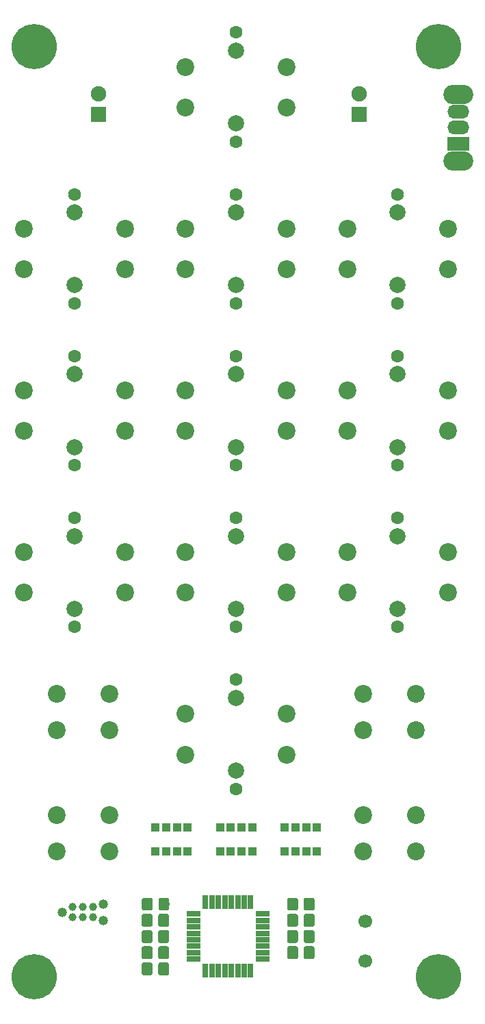
<source format=gbr>
G04 #@! TF.GenerationSoftware,KiCad,Pcbnew,(5.1.4)-1*
G04 #@! TF.CreationDate,2019-10-23T11:26:40-04:00*
G04 #@! TF.ProjectId,MerlinGame,4d65726c-696e-4476-916d-652e6b696361,A*
G04 #@! TF.SameCoordinates,Original*
G04 #@! TF.FileFunction,Soldermask,Top*
G04 #@! TF.FilePolarity,Negative*
%FSLAX46Y46*%
G04 Gerber Fmt 4.6, Leading zero omitted, Abs format (unit mm)*
G04 Created by KiCad (PCBNEW (5.1.4)-1) date 2019-10-23 11:26:40*
%MOMM*%
%LPD*%
G04 APERTURE LIST*
%ADD10C,0.100000*%
%ADD11C,1.350000*%
%ADD12O,1.900000X1.900000*%
%ADD13R,1.900000X1.900000*%
%ADD14C,5.600000*%
%ADD15O,3.700000X2.400000*%
%ADD16O,2.700000X1.700000*%
%ADD17R,2.700000X1.700000*%
%ADD18C,0.987400*%
%ADD19C,1.190600*%
%ADD20R,1.100000X1.100000*%
%ADD21C,1.700000*%
%ADD22C,2.200000*%
%ADD23C,2.000000*%
%ADD24C,1.600000*%
%ADD25R,0.750000X1.800000*%
%ADD26R,1.800000X0.750000*%
G04 APERTURE END LIST*
D10*
G36*
X71435289Y-158201413D02*
G01*
X71463778Y-158205639D01*
X71491715Y-158212637D01*
X71518832Y-158222340D01*
X71544867Y-158234653D01*
X71569570Y-158249460D01*
X71592703Y-158266616D01*
X71614043Y-158285957D01*
X71633384Y-158307297D01*
X71650540Y-158330430D01*
X71665347Y-158355133D01*
X71677660Y-158381168D01*
X71687363Y-158408285D01*
X71694361Y-158436222D01*
X71698587Y-158464711D01*
X71700000Y-158493477D01*
X71700000Y-159506523D01*
X71698587Y-159535289D01*
X71694361Y-159563778D01*
X71687363Y-159591715D01*
X71677660Y-159618832D01*
X71665347Y-159644867D01*
X71650540Y-159669570D01*
X71633384Y-159692703D01*
X71614043Y-159714043D01*
X71592703Y-159733384D01*
X71569570Y-159750540D01*
X71544867Y-159765347D01*
X71518832Y-159777660D01*
X71491715Y-159787363D01*
X71463778Y-159794361D01*
X71435289Y-159798587D01*
X71406523Y-159800000D01*
X70643477Y-159800000D01*
X70614711Y-159798587D01*
X70586222Y-159794361D01*
X70558285Y-159787363D01*
X70531168Y-159777660D01*
X70505133Y-159765347D01*
X70480430Y-159750540D01*
X70457297Y-159733384D01*
X70435957Y-159714043D01*
X70416616Y-159692703D01*
X70399460Y-159669570D01*
X70384653Y-159644867D01*
X70372340Y-159618832D01*
X70362637Y-159591715D01*
X70355639Y-159563778D01*
X70351413Y-159535289D01*
X70350000Y-159506523D01*
X70350000Y-158493477D01*
X70351413Y-158464711D01*
X70355639Y-158436222D01*
X70362637Y-158408285D01*
X70372340Y-158381168D01*
X70384653Y-158355133D01*
X70399460Y-158330430D01*
X70416616Y-158307297D01*
X70435957Y-158285957D01*
X70457297Y-158266616D01*
X70480430Y-158249460D01*
X70505133Y-158234653D01*
X70531168Y-158222340D01*
X70558285Y-158212637D01*
X70586222Y-158205639D01*
X70614711Y-158201413D01*
X70643477Y-158200000D01*
X71406523Y-158200000D01*
X71435289Y-158201413D01*
X71435289Y-158201413D01*
G37*
D11*
X71025000Y-159000000D03*
D10*
G36*
X69385289Y-158201413D02*
G01*
X69413778Y-158205639D01*
X69441715Y-158212637D01*
X69468832Y-158222340D01*
X69494867Y-158234653D01*
X69519570Y-158249460D01*
X69542703Y-158266616D01*
X69564043Y-158285957D01*
X69583384Y-158307297D01*
X69600540Y-158330430D01*
X69615347Y-158355133D01*
X69627660Y-158381168D01*
X69637363Y-158408285D01*
X69644361Y-158436222D01*
X69648587Y-158464711D01*
X69650000Y-158493477D01*
X69650000Y-159506523D01*
X69648587Y-159535289D01*
X69644361Y-159563778D01*
X69637363Y-159591715D01*
X69627660Y-159618832D01*
X69615347Y-159644867D01*
X69600540Y-159669570D01*
X69583384Y-159692703D01*
X69564043Y-159714043D01*
X69542703Y-159733384D01*
X69519570Y-159750540D01*
X69494867Y-159765347D01*
X69468832Y-159777660D01*
X69441715Y-159787363D01*
X69413778Y-159794361D01*
X69385289Y-159798587D01*
X69356523Y-159800000D01*
X68593477Y-159800000D01*
X68564711Y-159798587D01*
X68536222Y-159794361D01*
X68508285Y-159787363D01*
X68481168Y-159777660D01*
X68455133Y-159765347D01*
X68430430Y-159750540D01*
X68407297Y-159733384D01*
X68385957Y-159714043D01*
X68366616Y-159692703D01*
X68349460Y-159669570D01*
X68334653Y-159644867D01*
X68322340Y-159618832D01*
X68312637Y-159591715D01*
X68305639Y-159563778D01*
X68301413Y-159535289D01*
X68300000Y-159506523D01*
X68300000Y-158493477D01*
X68301413Y-158464711D01*
X68305639Y-158436222D01*
X68312637Y-158408285D01*
X68322340Y-158381168D01*
X68334653Y-158355133D01*
X68349460Y-158330430D01*
X68366616Y-158307297D01*
X68385957Y-158285957D01*
X68407297Y-158266616D01*
X68430430Y-158249460D01*
X68455133Y-158234653D01*
X68481168Y-158222340D01*
X68508285Y-158212637D01*
X68536222Y-158205639D01*
X68564711Y-158201413D01*
X68593477Y-158200000D01*
X69356523Y-158200000D01*
X69385289Y-158201413D01*
X69385289Y-158201413D01*
G37*
D11*
X68975000Y-159000000D03*
D10*
G36*
X69385289Y-156201413D02*
G01*
X69413778Y-156205639D01*
X69441715Y-156212637D01*
X69468832Y-156222340D01*
X69494867Y-156234653D01*
X69519570Y-156249460D01*
X69542703Y-156266616D01*
X69564043Y-156285957D01*
X69583384Y-156307297D01*
X69600540Y-156330430D01*
X69615347Y-156355133D01*
X69627660Y-156381168D01*
X69637363Y-156408285D01*
X69644361Y-156436222D01*
X69648587Y-156464711D01*
X69650000Y-156493477D01*
X69650000Y-157506523D01*
X69648587Y-157535289D01*
X69644361Y-157563778D01*
X69637363Y-157591715D01*
X69627660Y-157618832D01*
X69615347Y-157644867D01*
X69600540Y-157669570D01*
X69583384Y-157692703D01*
X69564043Y-157714043D01*
X69542703Y-157733384D01*
X69519570Y-157750540D01*
X69494867Y-157765347D01*
X69468832Y-157777660D01*
X69441715Y-157787363D01*
X69413778Y-157794361D01*
X69385289Y-157798587D01*
X69356523Y-157800000D01*
X68593477Y-157800000D01*
X68564711Y-157798587D01*
X68536222Y-157794361D01*
X68508285Y-157787363D01*
X68481168Y-157777660D01*
X68455133Y-157765347D01*
X68430430Y-157750540D01*
X68407297Y-157733384D01*
X68385957Y-157714043D01*
X68366616Y-157692703D01*
X68349460Y-157669570D01*
X68334653Y-157644867D01*
X68322340Y-157618832D01*
X68312637Y-157591715D01*
X68305639Y-157563778D01*
X68301413Y-157535289D01*
X68300000Y-157506523D01*
X68300000Y-156493477D01*
X68301413Y-156464711D01*
X68305639Y-156436222D01*
X68312637Y-156408285D01*
X68322340Y-156381168D01*
X68334653Y-156355133D01*
X68349460Y-156330430D01*
X68366616Y-156307297D01*
X68385957Y-156285957D01*
X68407297Y-156266616D01*
X68430430Y-156249460D01*
X68455133Y-156234653D01*
X68481168Y-156222340D01*
X68508285Y-156212637D01*
X68536222Y-156205639D01*
X68564711Y-156201413D01*
X68593477Y-156200000D01*
X69356523Y-156200000D01*
X69385289Y-156201413D01*
X69385289Y-156201413D01*
G37*
D11*
X68975000Y-157000000D03*
D10*
G36*
X71435289Y-156201413D02*
G01*
X71463778Y-156205639D01*
X71491715Y-156212637D01*
X71518832Y-156222340D01*
X71544867Y-156234653D01*
X71569570Y-156249460D01*
X71592703Y-156266616D01*
X71614043Y-156285957D01*
X71633384Y-156307297D01*
X71650540Y-156330430D01*
X71665347Y-156355133D01*
X71677660Y-156381168D01*
X71687363Y-156408285D01*
X71694361Y-156436222D01*
X71698587Y-156464711D01*
X71700000Y-156493477D01*
X71700000Y-157506523D01*
X71698587Y-157535289D01*
X71694361Y-157563778D01*
X71687363Y-157591715D01*
X71677660Y-157618832D01*
X71665347Y-157644867D01*
X71650540Y-157669570D01*
X71633384Y-157692703D01*
X71614043Y-157714043D01*
X71592703Y-157733384D01*
X71569570Y-157750540D01*
X71544867Y-157765347D01*
X71518832Y-157777660D01*
X71491715Y-157787363D01*
X71463778Y-157794361D01*
X71435289Y-157798587D01*
X71406523Y-157800000D01*
X70643477Y-157800000D01*
X70614711Y-157798587D01*
X70586222Y-157794361D01*
X70558285Y-157787363D01*
X70531168Y-157777660D01*
X70505133Y-157765347D01*
X70480430Y-157750540D01*
X70457297Y-157733384D01*
X70435957Y-157714043D01*
X70416616Y-157692703D01*
X70399460Y-157669570D01*
X70384653Y-157644867D01*
X70372340Y-157618832D01*
X70362637Y-157591715D01*
X70355639Y-157563778D01*
X70351413Y-157535289D01*
X70350000Y-157506523D01*
X70350000Y-156493477D01*
X70351413Y-156464711D01*
X70355639Y-156436222D01*
X70362637Y-156408285D01*
X70372340Y-156381168D01*
X70384653Y-156355133D01*
X70399460Y-156330430D01*
X70416616Y-156307297D01*
X70435957Y-156285957D01*
X70457297Y-156266616D01*
X70480430Y-156249460D01*
X70505133Y-156234653D01*
X70531168Y-156222340D01*
X70558285Y-156212637D01*
X70586222Y-156205639D01*
X70614711Y-156201413D01*
X70643477Y-156200000D01*
X71406523Y-156200000D01*
X71435289Y-156201413D01*
X71435289Y-156201413D01*
G37*
D11*
X71025000Y-157000000D03*
D12*
X63000000Y-50800000D03*
D13*
X63000000Y-53340000D03*
D10*
G36*
X71435289Y-152201413D02*
G01*
X71463778Y-152205639D01*
X71491715Y-152212637D01*
X71518832Y-152222340D01*
X71544867Y-152234653D01*
X71569570Y-152249460D01*
X71592703Y-152266616D01*
X71614043Y-152285957D01*
X71633384Y-152307297D01*
X71650540Y-152330430D01*
X71665347Y-152355133D01*
X71677660Y-152381168D01*
X71687363Y-152408285D01*
X71694361Y-152436222D01*
X71698587Y-152464711D01*
X71700000Y-152493477D01*
X71700000Y-153506523D01*
X71698587Y-153535289D01*
X71694361Y-153563778D01*
X71687363Y-153591715D01*
X71677660Y-153618832D01*
X71665347Y-153644867D01*
X71650540Y-153669570D01*
X71633384Y-153692703D01*
X71614043Y-153714043D01*
X71592703Y-153733384D01*
X71569570Y-153750540D01*
X71544867Y-153765347D01*
X71518832Y-153777660D01*
X71491715Y-153787363D01*
X71463778Y-153794361D01*
X71435289Y-153798587D01*
X71406523Y-153800000D01*
X70643477Y-153800000D01*
X70614711Y-153798587D01*
X70586222Y-153794361D01*
X70558285Y-153787363D01*
X70531168Y-153777660D01*
X70505133Y-153765347D01*
X70480430Y-153750540D01*
X70457297Y-153733384D01*
X70435957Y-153714043D01*
X70416616Y-153692703D01*
X70399460Y-153669570D01*
X70384653Y-153644867D01*
X70372340Y-153618832D01*
X70362637Y-153591715D01*
X70355639Y-153563778D01*
X70351413Y-153535289D01*
X70350000Y-153506523D01*
X70350000Y-152493477D01*
X70351413Y-152464711D01*
X70355639Y-152436222D01*
X70362637Y-152408285D01*
X70372340Y-152381168D01*
X70384653Y-152355133D01*
X70399460Y-152330430D01*
X70416616Y-152307297D01*
X70435957Y-152285957D01*
X70457297Y-152266616D01*
X70480430Y-152249460D01*
X70505133Y-152234653D01*
X70531168Y-152222340D01*
X70558285Y-152212637D01*
X70586222Y-152205639D01*
X70614711Y-152201413D01*
X70643477Y-152200000D01*
X71406523Y-152200000D01*
X71435289Y-152201413D01*
X71435289Y-152201413D01*
G37*
D11*
X71025000Y-153000000D03*
D10*
G36*
X69385289Y-152201413D02*
G01*
X69413778Y-152205639D01*
X69441715Y-152212637D01*
X69468832Y-152222340D01*
X69494867Y-152234653D01*
X69519570Y-152249460D01*
X69542703Y-152266616D01*
X69564043Y-152285957D01*
X69583384Y-152307297D01*
X69600540Y-152330430D01*
X69615347Y-152355133D01*
X69627660Y-152381168D01*
X69637363Y-152408285D01*
X69644361Y-152436222D01*
X69648587Y-152464711D01*
X69650000Y-152493477D01*
X69650000Y-153506523D01*
X69648587Y-153535289D01*
X69644361Y-153563778D01*
X69637363Y-153591715D01*
X69627660Y-153618832D01*
X69615347Y-153644867D01*
X69600540Y-153669570D01*
X69583384Y-153692703D01*
X69564043Y-153714043D01*
X69542703Y-153733384D01*
X69519570Y-153750540D01*
X69494867Y-153765347D01*
X69468832Y-153777660D01*
X69441715Y-153787363D01*
X69413778Y-153794361D01*
X69385289Y-153798587D01*
X69356523Y-153800000D01*
X68593477Y-153800000D01*
X68564711Y-153798587D01*
X68536222Y-153794361D01*
X68508285Y-153787363D01*
X68481168Y-153777660D01*
X68455133Y-153765347D01*
X68430430Y-153750540D01*
X68407297Y-153733384D01*
X68385957Y-153714043D01*
X68366616Y-153692703D01*
X68349460Y-153669570D01*
X68334653Y-153644867D01*
X68322340Y-153618832D01*
X68312637Y-153591715D01*
X68305639Y-153563778D01*
X68301413Y-153535289D01*
X68300000Y-153506523D01*
X68300000Y-152493477D01*
X68301413Y-152464711D01*
X68305639Y-152436222D01*
X68312637Y-152408285D01*
X68322340Y-152381168D01*
X68334653Y-152355133D01*
X68349460Y-152330430D01*
X68366616Y-152307297D01*
X68385957Y-152285957D01*
X68407297Y-152266616D01*
X68430430Y-152249460D01*
X68455133Y-152234653D01*
X68481168Y-152222340D01*
X68508285Y-152212637D01*
X68536222Y-152205639D01*
X68564711Y-152201413D01*
X68593477Y-152200000D01*
X69356523Y-152200000D01*
X69385289Y-152201413D01*
X69385289Y-152201413D01*
G37*
D11*
X68975000Y-153000000D03*
D10*
G36*
X87385289Y-156201413D02*
G01*
X87413778Y-156205639D01*
X87441715Y-156212637D01*
X87468832Y-156222340D01*
X87494867Y-156234653D01*
X87519570Y-156249460D01*
X87542703Y-156266616D01*
X87564043Y-156285957D01*
X87583384Y-156307297D01*
X87600540Y-156330430D01*
X87615347Y-156355133D01*
X87627660Y-156381168D01*
X87637363Y-156408285D01*
X87644361Y-156436222D01*
X87648587Y-156464711D01*
X87650000Y-156493477D01*
X87650000Y-157506523D01*
X87648587Y-157535289D01*
X87644361Y-157563778D01*
X87637363Y-157591715D01*
X87627660Y-157618832D01*
X87615347Y-157644867D01*
X87600540Y-157669570D01*
X87583384Y-157692703D01*
X87564043Y-157714043D01*
X87542703Y-157733384D01*
X87519570Y-157750540D01*
X87494867Y-157765347D01*
X87468832Y-157777660D01*
X87441715Y-157787363D01*
X87413778Y-157794361D01*
X87385289Y-157798587D01*
X87356523Y-157800000D01*
X86593477Y-157800000D01*
X86564711Y-157798587D01*
X86536222Y-157794361D01*
X86508285Y-157787363D01*
X86481168Y-157777660D01*
X86455133Y-157765347D01*
X86430430Y-157750540D01*
X86407297Y-157733384D01*
X86385957Y-157714043D01*
X86366616Y-157692703D01*
X86349460Y-157669570D01*
X86334653Y-157644867D01*
X86322340Y-157618832D01*
X86312637Y-157591715D01*
X86305639Y-157563778D01*
X86301413Y-157535289D01*
X86300000Y-157506523D01*
X86300000Y-156493477D01*
X86301413Y-156464711D01*
X86305639Y-156436222D01*
X86312637Y-156408285D01*
X86322340Y-156381168D01*
X86334653Y-156355133D01*
X86349460Y-156330430D01*
X86366616Y-156307297D01*
X86385957Y-156285957D01*
X86407297Y-156266616D01*
X86430430Y-156249460D01*
X86455133Y-156234653D01*
X86481168Y-156222340D01*
X86508285Y-156212637D01*
X86536222Y-156205639D01*
X86564711Y-156201413D01*
X86593477Y-156200000D01*
X87356523Y-156200000D01*
X87385289Y-156201413D01*
X87385289Y-156201413D01*
G37*
D11*
X86975000Y-157000000D03*
D10*
G36*
X89435289Y-156201413D02*
G01*
X89463778Y-156205639D01*
X89491715Y-156212637D01*
X89518832Y-156222340D01*
X89544867Y-156234653D01*
X89569570Y-156249460D01*
X89592703Y-156266616D01*
X89614043Y-156285957D01*
X89633384Y-156307297D01*
X89650540Y-156330430D01*
X89665347Y-156355133D01*
X89677660Y-156381168D01*
X89687363Y-156408285D01*
X89694361Y-156436222D01*
X89698587Y-156464711D01*
X89700000Y-156493477D01*
X89700000Y-157506523D01*
X89698587Y-157535289D01*
X89694361Y-157563778D01*
X89687363Y-157591715D01*
X89677660Y-157618832D01*
X89665347Y-157644867D01*
X89650540Y-157669570D01*
X89633384Y-157692703D01*
X89614043Y-157714043D01*
X89592703Y-157733384D01*
X89569570Y-157750540D01*
X89544867Y-157765347D01*
X89518832Y-157777660D01*
X89491715Y-157787363D01*
X89463778Y-157794361D01*
X89435289Y-157798587D01*
X89406523Y-157800000D01*
X88643477Y-157800000D01*
X88614711Y-157798587D01*
X88586222Y-157794361D01*
X88558285Y-157787363D01*
X88531168Y-157777660D01*
X88505133Y-157765347D01*
X88480430Y-157750540D01*
X88457297Y-157733384D01*
X88435957Y-157714043D01*
X88416616Y-157692703D01*
X88399460Y-157669570D01*
X88384653Y-157644867D01*
X88372340Y-157618832D01*
X88362637Y-157591715D01*
X88355639Y-157563778D01*
X88351413Y-157535289D01*
X88350000Y-157506523D01*
X88350000Y-156493477D01*
X88351413Y-156464711D01*
X88355639Y-156436222D01*
X88362637Y-156408285D01*
X88372340Y-156381168D01*
X88384653Y-156355133D01*
X88399460Y-156330430D01*
X88416616Y-156307297D01*
X88435957Y-156285957D01*
X88457297Y-156266616D01*
X88480430Y-156249460D01*
X88505133Y-156234653D01*
X88531168Y-156222340D01*
X88558285Y-156212637D01*
X88586222Y-156205639D01*
X88614711Y-156201413D01*
X88643477Y-156200000D01*
X89406523Y-156200000D01*
X89435289Y-156201413D01*
X89435289Y-156201413D01*
G37*
D11*
X89025000Y-157000000D03*
D10*
G36*
X69385289Y-154201413D02*
G01*
X69413778Y-154205639D01*
X69441715Y-154212637D01*
X69468832Y-154222340D01*
X69494867Y-154234653D01*
X69519570Y-154249460D01*
X69542703Y-154266616D01*
X69564043Y-154285957D01*
X69583384Y-154307297D01*
X69600540Y-154330430D01*
X69615347Y-154355133D01*
X69627660Y-154381168D01*
X69637363Y-154408285D01*
X69644361Y-154436222D01*
X69648587Y-154464711D01*
X69650000Y-154493477D01*
X69650000Y-155506523D01*
X69648587Y-155535289D01*
X69644361Y-155563778D01*
X69637363Y-155591715D01*
X69627660Y-155618832D01*
X69615347Y-155644867D01*
X69600540Y-155669570D01*
X69583384Y-155692703D01*
X69564043Y-155714043D01*
X69542703Y-155733384D01*
X69519570Y-155750540D01*
X69494867Y-155765347D01*
X69468832Y-155777660D01*
X69441715Y-155787363D01*
X69413778Y-155794361D01*
X69385289Y-155798587D01*
X69356523Y-155800000D01*
X68593477Y-155800000D01*
X68564711Y-155798587D01*
X68536222Y-155794361D01*
X68508285Y-155787363D01*
X68481168Y-155777660D01*
X68455133Y-155765347D01*
X68430430Y-155750540D01*
X68407297Y-155733384D01*
X68385957Y-155714043D01*
X68366616Y-155692703D01*
X68349460Y-155669570D01*
X68334653Y-155644867D01*
X68322340Y-155618832D01*
X68312637Y-155591715D01*
X68305639Y-155563778D01*
X68301413Y-155535289D01*
X68300000Y-155506523D01*
X68300000Y-154493477D01*
X68301413Y-154464711D01*
X68305639Y-154436222D01*
X68312637Y-154408285D01*
X68322340Y-154381168D01*
X68334653Y-154355133D01*
X68349460Y-154330430D01*
X68366616Y-154307297D01*
X68385957Y-154285957D01*
X68407297Y-154266616D01*
X68430430Y-154249460D01*
X68455133Y-154234653D01*
X68481168Y-154222340D01*
X68508285Y-154212637D01*
X68536222Y-154205639D01*
X68564711Y-154201413D01*
X68593477Y-154200000D01*
X69356523Y-154200000D01*
X69385289Y-154201413D01*
X69385289Y-154201413D01*
G37*
D11*
X68975000Y-155000000D03*
D10*
G36*
X71435289Y-154201413D02*
G01*
X71463778Y-154205639D01*
X71491715Y-154212637D01*
X71518832Y-154222340D01*
X71544867Y-154234653D01*
X71569570Y-154249460D01*
X71592703Y-154266616D01*
X71614043Y-154285957D01*
X71633384Y-154307297D01*
X71650540Y-154330430D01*
X71665347Y-154355133D01*
X71677660Y-154381168D01*
X71687363Y-154408285D01*
X71694361Y-154436222D01*
X71698587Y-154464711D01*
X71700000Y-154493477D01*
X71700000Y-155506523D01*
X71698587Y-155535289D01*
X71694361Y-155563778D01*
X71687363Y-155591715D01*
X71677660Y-155618832D01*
X71665347Y-155644867D01*
X71650540Y-155669570D01*
X71633384Y-155692703D01*
X71614043Y-155714043D01*
X71592703Y-155733384D01*
X71569570Y-155750540D01*
X71544867Y-155765347D01*
X71518832Y-155777660D01*
X71491715Y-155787363D01*
X71463778Y-155794361D01*
X71435289Y-155798587D01*
X71406523Y-155800000D01*
X70643477Y-155800000D01*
X70614711Y-155798587D01*
X70586222Y-155794361D01*
X70558285Y-155787363D01*
X70531168Y-155777660D01*
X70505133Y-155765347D01*
X70480430Y-155750540D01*
X70457297Y-155733384D01*
X70435957Y-155714043D01*
X70416616Y-155692703D01*
X70399460Y-155669570D01*
X70384653Y-155644867D01*
X70372340Y-155618832D01*
X70362637Y-155591715D01*
X70355639Y-155563778D01*
X70351413Y-155535289D01*
X70350000Y-155506523D01*
X70350000Y-154493477D01*
X70351413Y-154464711D01*
X70355639Y-154436222D01*
X70362637Y-154408285D01*
X70372340Y-154381168D01*
X70384653Y-154355133D01*
X70399460Y-154330430D01*
X70416616Y-154307297D01*
X70435957Y-154285957D01*
X70457297Y-154266616D01*
X70480430Y-154249460D01*
X70505133Y-154234653D01*
X70531168Y-154222340D01*
X70558285Y-154212637D01*
X70586222Y-154205639D01*
X70614711Y-154201413D01*
X70643477Y-154200000D01*
X71406523Y-154200000D01*
X71435289Y-154201413D01*
X71435289Y-154201413D01*
G37*
D11*
X71025000Y-155000000D03*
D10*
G36*
X87385289Y-154201413D02*
G01*
X87413778Y-154205639D01*
X87441715Y-154212637D01*
X87468832Y-154222340D01*
X87494867Y-154234653D01*
X87519570Y-154249460D01*
X87542703Y-154266616D01*
X87564043Y-154285957D01*
X87583384Y-154307297D01*
X87600540Y-154330430D01*
X87615347Y-154355133D01*
X87627660Y-154381168D01*
X87637363Y-154408285D01*
X87644361Y-154436222D01*
X87648587Y-154464711D01*
X87650000Y-154493477D01*
X87650000Y-155506523D01*
X87648587Y-155535289D01*
X87644361Y-155563778D01*
X87637363Y-155591715D01*
X87627660Y-155618832D01*
X87615347Y-155644867D01*
X87600540Y-155669570D01*
X87583384Y-155692703D01*
X87564043Y-155714043D01*
X87542703Y-155733384D01*
X87519570Y-155750540D01*
X87494867Y-155765347D01*
X87468832Y-155777660D01*
X87441715Y-155787363D01*
X87413778Y-155794361D01*
X87385289Y-155798587D01*
X87356523Y-155800000D01*
X86593477Y-155800000D01*
X86564711Y-155798587D01*
X86536222Y-155794361D01*
X86508285Y-155787363D01*
X86481168Y-155777660D01*
X86455133Y-155765347D01*
X86430430Y-155750540D01*
X86407297Y-155733384D01*
X86385957Y-155714043D01*
X86366616Y-155692703D01*
X86349460Y-155669570D01*
X86334653Y-155644867D01*
X86322340Y-155618832D01*
X86312637Y-155591715D01*
X86305639Y-155563778D01*
X86301413Y-155535289D01*
X86300000Y-155506523D01*
X86300000Y-154493477D01*
X86301413Y-154464711D01*
X86305639Y-154436222D01*
X86312637Y-154408285D01*
X86322340Y-154381168D01*
X86334653Y-154355133D01*
X86349460Y-154330430D01*
X86366616Y-154307297D01*
X86385957Y-154285957D01*
X86407297Y-154266616D01*
X86430430Y-154249460D01*
X86455133Y-154234653D01*
X86481168Y-154222340D01*
X86508285Y-154212637D01*
X86536222Y-154205639D01*
X86564711Y-154201413D01*
X86593477Y-154200000D01*
X87356523Y-154200000D01*
X87385289Y-154201413D01*
X87385289Y-154201413D01*
G37*
D11*
X86975000Y-155000000D03*
D10*
G36*
X89435289Y-154201413D02*
G01*
X89463778Y-154205639D01*
X89491715Y-154212637D01*
X89518832Y-154222340D01*
X89544867Y-154234653D01*
X89569570Y-154249460D01*
X89592703Y-154266616D01*
X89614043Y-154285957D01*
X89633384Y-154307297D01*
X89650540Y-154330430D01*
X89665347Y-154355133D01*
X89677660Y-154381168D01*
X89687363Y-154408285D01*
X89694361Y-154436222D01*
X89698587Y-154464711D01*
X89700000Y-154493477D01*
X89700000Y-155506523D01*
X89698587Y-155535289D01*
X89694361Y-155563778D01*
X89687363Y-155591715D01*
X89677660Y-155618832D01*
X89665347Y-155644867D01*
X89650540Y-155669570D01*
X89633384Y-155692703D01*
X89614043Y-155714043D01*
X89592703Y-155733384D01*
X89569570Y-155750540D01*
X89544867Y-155765347D01*
X89518832Y-155777660D01*
X89491715Y-155787363D01*
X89463778Y-155794361D01*
X89435289Y-155798587D01*
X89406523Y-155800000D01*
X88643477Y-155800000D01*
X88614711Y-155798587D01*
X88586222Y-155794361D01*
X88558285Y-155787363D01*
X88531168Y-155777660D01*
X88505133Y-155765347D01*
X88480430Y-155750540D01*
X88457297Y-155733384D01*
X88435957Y-155714043D01*
X88416616Y-155692703D01*
X88399460Y-155669570D01*
X88384653Y-155644867D01*
X88372340Y-155618832D01*
X88362637Y-155591715D01*
X88355639Y-155563778D01*
X88351413Y-155535289D01*
X88350000Y-155506523D01*
X88350000Y-154493477D01*
X88351413Y-154464711D01*
X88355639Y-154436222D01*
X88362637Y-154408285D01*
X88372340Y-154381168D01*
X88384653Y-154355133D01*
X88399460Y-154330430D01*
X88416616Y-154307297D01*
X88435957Y-154285957D01*
X88457297Y-154266616D01*
X88480430Y-154249460D01*
X88505133Y-154234653D01*
X88531168Y-154222340D01*
X88558285Y-154212637D01*
X88586222Y-154205639D01*
X88614711Y-154201413D01*
X88643477Y-154200000D01*
X89406523Y-154200000D01*
X89435289Y-154201413D01*
X89435289Y-154201413D01*
G37*
D11*
X89025000Y-155000000D03*
D12*
X95250000Y-50800000D03*
D13*
X95250000Y-53340000D03*
D14*
X105000000Y-45000000D03*
X55000000Y-160000000D03*
X105000000Y-160000000D03*
X55000000Y-45000000D03*
D15*
X107500000Y-50900000D03*
X107500000Y-59100000D03*
D16*
X107500000Y-53000000D03*
X107500000Y-55000000D03*
D17*
X107500000Y-57000000D03*
D10*
G36*
X71460289Y-150201413D02*
G01*
X71488778Y-150205639D01*
X71516715Y-150212637D01*
X71543832Y-150222340D01*
X71569867Y-150234653D01*
X71594570Y-150249460D01*
X71617703Y-150266616D01*
X71639043Y-150285957D01*
X71658384Y-150307297D01*
X71675540Y-150330430D01*
X71690347Y-150355133D01*
X71702660Y-150381168D01*
X71712363Y-150408285D01*
X71719361Y-150436222D01*
X71723587Y-150464711D01*
X71725000Y-150493477D01*
X71725000Y-151506523D01*
X71723587Y-151535289D01*
X71719361Y-151563778D01*
X71712363Y-151591715D01*
X71702660Y-151618832D01*
X71690347Y-151644867D01*
X71675540Y-151669570D01*
X71658384Y-151692703D01*
X71639043Y-151714043D01*
X71617703Y-151733384D01*
X71594570Y-151750540D01*
X71569867Y-151765347D01*
X71543832Y-151777660D01*
X71516715Y-151787363D01*
X71488778Y-151794361D01*
X71460289Y-151798587D01*
X71431523Y-151800000D01*
X70668477Y-151800000D01*
X70639711Y-151798587D01*
X70611222Y-151794361D01*
X70583285Y-151787363D01*
X70556168Y-151777660D01*
X70530133Y-151765347D01*
X70505430Y-151750540D01*
X70482297Y-151733384D01*
X70460957Y-151714043D01*
X70441616Y-151692703D01*
X70424460Y-151669570D01*
X70409653Y-151644867D01*
X70397340Y-151618832D01*
X70387637Y-151591715D01*
X70380639Y-151563778D01*
X70376413Y-151535289D01*
X70375000Y-151506523D01*
X70375000Y-150493477D01*
X70376413Y-150464711D01*
X70380639Y-150436222D01*
X70387637Y-150408285D01*
X70397340Y-150381168D01*
X70409653Y-150355133D01*
X70424460Y-150330430D01*
X70441616Y-150307297D01*
X70460957Y-150285957D01*
X70482297Y-150266616D01*
X70505430Y-150249460D01*
X70530133Y-150234653D01*
X70556168Y-150222340D01*
X70583285Y-150212637D01*
X70611222Y-150205639D01*
X70639711Y-150201413D01*
X70668477Y-150200000D01*
X71431523Y-150200000D01*
X71460289Y-150201413D01*
X71460289Y-150201413D01*
G37*
D11*
X71050000Y-151000000D03*
D10*
G36*
X69410289Y-150201413D02*
G01*
X69438778Y-150205639D01*
X69466715Y-150212637D01*
X69493832Y-150222340D01*
X69519867Y-150234653D01*
X69544570Y-150249460D01*
X69567703Y-150266616D01*
X69589043Y-150285957D01*
X69608384Y-150307297D01*
X69625540Y-150330430D01*
X69640347Y-150355133D01*
X69652660Y-150381168D01*
X69662363Y-150408285D01*
X69669361Y-150436222D01*
X69673587Y-150464711D01*
X69675000Y-150493477D01*
X69675000Y-151506523D01*
X69673587Y-151535289D01*
X69669361Y-151563778D01*
X69662363Y-151591715D01*
X69652660Y-151618832D01*
X69640347Y-151644867D01*
X69625540Y-151669570D01*
X69608384Y-151692703D01*
X69589043Y-151714043D01*
X69567703Y-151733384D01*
X69544570Y-151750540D01*
X69519867Y-151765347D01*
X69493832Y-151777660D01*
X69466715Y-151787363D01*
X69438778Y-151794361D01*
X69410289Y-151798587D01*
X69381523Y-151800000D01*
X68618477Y-151800000D01*
X68589711Y-151798587D01*
X68561222Y-151794361D01*
X68533285Y-151787363D01*
X68506168Y-151777660D01*
X68480133Y-151765347D01*
X68455430Y-151750540D01*
X68432297Y-151733384D01*
X68410957Y-151714043D01*
X68391616Y-151692703D01*
X68374460Y-151669570D01*
X68359653Y-151644867D01*
X68347340Y-151618832D01*
X68337637Y-151591715D01*
X68330639Y-151563778D01*
X68326413Y-151535289D01*
X68325000Y-151506523D01*
X68325000Y-150493477D01*
X68326413Y-150464711D01*
X68330639Y-150436222D01*
X68337637Y-150408285D01*
X68347340Y-150381168D01*
X68359653Y-150355133D01*
X68374460Y-150330430D01*
X68391616Y-150307297D01*
X68410957Y-150285957D01*
X68432297Y-150266616D01*
X68455430Y-150249460D01*
X68480133Y-150234653D01*
X68506168Y-150222340D01*
X68533285Y-150212637D01*
X68561222Y-150205639D01*
X68589711Y-150201413D01*
X68618477Y-150200000D01*
X69381523Y-150200000D01*
X69410289Y-150201413D01*
X69410289Y-150201413D01*
G37*
D11*
X69000000Y-151000000D03*
D18*
X62270000Y-151365000D03*
X62270000Y-152635000D03*
X61000000Y-151365000D03*
X61000000Y-152635000D03*
X59730000Y-151365000D03*
X59730000Y-152635000D03*
D19*
X58460000Y-152000000D03*
X63540000Y-153016000D03*
X63540000Y-150984000D03*
D20*
X71340000Y-144500000D03*
X70000000Y-144500000D03*
X74000000Y-144500000D03*
X72660000Y-144500000D03*
X71340000Y-141500000D03*
X72660000Y-141500000D03*
X70000000Y-141500000D03*
X74000000Y-141500000D03*
X79340000Y-144500000D03*
X78000000Y-144500000D03*
X82000000Y-144500000D03*
X80660000Y-144500000D03*
X79340000Y-141500000D03*
X80660000Y-141500000D03*
X78000000Y-141500000D03*
X82000000Y-141500000D03*
X87340000Y-144500000D03*
X86000000Y-144500000D03*
X90000000Y-144500000D03*
X88660000Y-144500000D03*
X87340000Y-141500000D03*
X88660000Y-141500000D03*
X86000000Y-141500000D03*
X90000000Y-141500000D03*
D10*
G36*
X87385289Y-152201413D02*
G01*
X87413778Y-152205639D01*
X87441715Y-152212637D01*
X87468832Y-152222340D01*
X87494867Y-152234653D01*
X87519570Y-152249460D01*
X87542703Y-152266616D01*
X87564043Y-152285957D01*
X87583384Y-152307297D01*
X87600540Y-152330430D01*
X87615347Y-152355133D01*
X87627660Y-152381168D01*
X87637363Y-152408285D01*
X87644361Y-152436222D01*
X87648587Y-152464711D01*
X87650000Y-152493477D01*
X87650000Y-153506523D01*
X87648587Y-153535289D01*
X87644361Y-153563778D01*
X87637363Y-153591715D01*
X87627660Y-153618832D01*
X87615347Y-153644867D01*
X87600540Y-153669570D01*
X87583384Y-153692703D01*
X87564043Y-153714043D01*
X87542703Y-153733384D01*
X87519570Y-153750540D01*
X87494867Y-153765347D01*
X87468832Y-153777660D01*
X87441715Y-153787363D01*
X87413778Y-153794361D01*
X87385289Y-153798587D01*
X87356523Y-153800000D01*
X86593477Y-153800000D01*
X86564711Y-153798587D01*
X86536222Y-153794361D01*
X86508285Y-153787363D01*
X86481168Y-153777660D01*
X86455133Y-153765347D01*
X86430430Y-153750540D01*
X86407297Y-153733384D01*
X86385957Y-153714043D01*
X86366616Y-153692703D01*
X86349460Y-153669570D01*
X86334653Y-153644867D01*
X86322340Y-153618832D01*
X86312637Y-153591715D01*
X86305639Y-153563778D01*
X86301413Y-153535289D01*
X86300000Y-153506523D01*
X86300000Y-152493477D01*
X86301413Y-152464711D01*
X86305639Y-152436222D01*
X86312637Y-152408285D01*
X86322340Y-152381168D01*
X86334653Y-152355133D01*
X86349460Y-152330430D01*
X86366616Y-152307297D01*
X86385957Y-152285957D01*
X86407297Y-152266616D01*
X86430430Y-152249460D01*
X86455133Y-152234653D01*
X86481168Y-152222340D01*
X86508285Y-152212637D01*
X86536222Y-152205639D01*
X86564711Y-152201413D01*
X86593477Y-152200000D01*
X87356523Y-152200000D01*
X87385289Y-152201413D01*
X87385289Y-152201413D01*
G37*
D11*
X86975000Y-153000000D03*
D10*
G36*
X89435289Y-152201413D02*
G01*
X89463778Y-152205639D01*
X89491715Y-152212637D01*
X89518832Y-152222340D01*
X89544867Y-152234653D01*
X89569570Y-152249460D01*
X89592703Y-152266616D01*
X89614043Y-152285957D01*
X89633384Y-152307297D01*
X89650540Y-152330430D01*
X89665347Y-152355133D01*
X89677660Y-152381168D01*
X89687363Y-152408285D01*
X89694361Y-152436222D01*
X89698587Y-152464711D01*
X89700000Y-152493477D01*
X89700000Y-153506523D01*
X89698587Y-153535289D01*
X89694361Y-153563778D01*
X89687363Y-153591715D01*
X89677660Y-153618832D01*
X89665347Y-153644867D01*
X89650540Y-153669570D01*
X89633384Y-153692703D01*
X89614043Y-153714043D01*
X89592703Y-153733384D01*
X89569570Y-153750540D01*
X89544867Y-153765347D01*
X89518832Y-153777660D01*
X89491715Y-153787363D01*
X89463778Y-153794361D01*
X89435289Y-153798587D01*
X89406523Y-153800000D01*
X88643477Y-153800000D01*
X88614711Y-153798587D01*
X88586222Y-153794361D01*
X88558285Y-153787363D01*
X88531168Y-153777660D01*
X88505133Y-153765347D01*
X88480430Y-153750540D01*
X88457297Y-153733384D01*
X88435957Y-153714043D01*
X88416616Y-153692703D01*
X88399460Y-153669570D01*
X88384653Y-153644867D01*
X88372340Y-153618832D01*
X88362637Y-153591715D01*
X88355639Y-153563778D01*
X88351413Y-153535289D01*
X88350000Y-153506523D01*
X88350000Y-152493477D01*
X88351413Y-152464711D01*
X88355639Y-152436222D01*
X88362637Y-152408285D01*
X88372340Y-152381168D01*
X88384653Y-152355133D01*
X88399460Y-152330430D01*
X88416616Y-152307297D01*
X88435957Y-152285957D01*
X88457297Y-152266616D01*
X88480430Y-152249460D01*
X88505133Y-152234653D01*
X88531168Y-152222340D01*
X88558285Y-152212637D01*
X88586222Y-152205639D01*
X88614711Y-152201413D01*
X88643477Y-152200000D01*
X89406523Y-152200000D01*
X89435289Y-152201413D01*
X89435289Y-152201413D01*
G37*
D11*
X89025000Y-153000000D03*
D10*
G36*
X87385289Y-150201413D02*
G01*
X87413778Y-150205639D01*
X87441715Y-150212637D01*
X87468832Y-150222340D01*
X87494867Y-150234653D01*
X87519570Y-150249460D01*
X87542703Y-150266616D01*
X87564043Y-150285957D01*
X87583384Y-150307297D01*
X87600540Y-150330430D01*
X87615347Y-150355133D01*
X87627660Y-150381168D01*
X87637363Y-150408285D01*
X87644361Y-150436222D01*
X87648587Y-150464711D01*
X87650000Y-150493477D01*
X87650000Y-151506523D01*
X87648587Y-151535289D01*
X87644361Y-151563778D01*
X87637363Y-151591715D01*
X87627660Y-151618832D01*
X87615347Y-151644867D01*
X87600540Y-151669570D01*
X87583384Y-151692703D01*
X87564043Y-151714043D01*
X87542703Y-151733384D01*
X87519570Y-151750540D01*
X87494867Y-151765347D01*
X87468832Y-151777660D01*
X87441715Y-151787363D01*
X87413778Y-151794361D01*
X87385289Y-151798587D01*
X87356523Y-151800000D01*
X86593477Y-151800000D01*
X86564711Y-151798587D01*
X86536222Y-151794361D01*
X86508285Y-151787363D01*
X86481168Y-151777660D01*
X86455133Y-151765347D01*
X86430430Y-151750540D01*
X86407297Y-151733384D01*
X86385957Y-151714043D01*
X86366616Y-151692703D01*
X86349460Y-151669570D01*
X86334653Y-151644867D01*
X86322340Y-151618832D01*
X86312637Y-151591715D01*
X86305639Y-151563778D01*
X86301413Y-151535289D01*
X86300000Y-151506523D01*
X86300000Y-150493477D01*
X86301413Y-150464711D01*
X86305639Y-150436222D01*
X86312637Y-150408285D01*
X86322340Y-150381168D01*
X86334653Y-150355133D01*
X86349460Y-150330430D01*
X86366616Y-150307297D01*
X86385957Y-150285957D01*
X86407297Y-150266616D01*
X86430430Y-150249460D01*
X86455133Y-150234653D01*
X86481168Y-150222340D01*
X86508285Y-150212637D01*
X86536222Y-150205639D01*
X86564711Y-150201413D01*
X86593477Y-150200000D01*
X87356523Y-150200000D01*
X87385289Y-150201413D01*
X87385289Y-150201413D01*
G37*
D11*
X86975000Y-151000000D03*
D10*
G36*
X89435289Y-150201413D02*
G01*
X89463778Y-150205639D01*
X89491715Y-150212637D01*
X89518832Y-150222340D01*
X89544867Y-150234653D01*
X89569570Y-150249460D01*
X89592703Y-150266616D01*
X89614043Y-150285957D01*
X89633384Y-150307297D01*
X89650540Y-150330430D01*
X89665347Y-150355133D01*
X89677660Y-150381168D01*
X89687363Y-150408285D01*
X89694361Y-150436222D01*
X89698587Y-150464711D01*
X89700000Y-150493477D01*
X89700000Y-151506523D01*
X89698587Y-151535289D01*
X89694361Y-151563778D01*
X89687363Y-151591715D01*
X89677660Y-151618832D01*
X89665347Y-151644867D01*
X89650540Y-151669570D01*
X89633384Y-151692703D01*
X89614043Y-151714043D01*
X89592703Y-151733384D01*
X89569570Y-151750540D01*
X89544867Y-151765347D01*
X89518832Y-151777660D01*
X89491715Y-151787363D01*
X89463778Y-151794361D01*
X89435289Y-151798587D01*
X89406523Y-151800000D01*
X88643477Y-151800000D01*
X88614711Y-151798587D01*
X88586222Y-151794361D01*
X88558285Y-151787363D01*
X88531168Y-151777660D01*
X88505133Y-151765347D01*
X88480430Y-151750540D01*
X88457297Y-151733384D01*
X88435957Y-151714043D01*
X88416616Y-151692703D01*
X88399460Y-151669570D01*
X88384653Y-151644867D01*
X88372340Y-151618832D01*
X88362637Y-151591715D01*
X88355639Y-151563778D01*
X88351413Y-151535289D01*
X88350000Y-151506523D01*
X88350000Y-150493477D01*
X88351413Y-150464711D01*
X88355639Y-150436222D01*
X88362637Y-150408285D01*
X88372340Y-150381168D01*
X88384653Y-150355133D01*
X88399460Y-150330430D01*
X88416616Y-150307297D01*
X88435957Y-150285957D01*
X88457297Y-150266616D01*
X88480430Y-150249460D01*
X88505133Y-150234653D01*
X88531168Y-150222340D01*
X88558285Y-150212637D01*
X88586222Y-150205639D01*
X88614711Y-150201413D01*
X88643477Y-150200000D01*
X89406523Y-150200000D01*
X89435289Y-150201413D01*
X89435289Y-150201413D01*
G37*
D11*
X89025000Y-151000000D03*
D21*
X96000000Y-153120000D03*
X96000000Y-158000000D03*
D22*
X102225000Y-140000000D03*
X102225000Y-144500000D03*
X95725000Y-140000000D03*
X95725000Y-144500000D03*
X64275000Y-140000000D03*
X64275000Y-144500000D03*
X57775000Y-140000000D03*
X57775000Y-144500000D03*
X102225000Y-125000000D03*
X102225000Y-129500000D03*
X95725000Y-125000000D03*
X95725000Y-129500000D03*
X64275000Y-125000000D03*
X64275000Y-129500000D03*
X57775000Y-125000000D03*
X57775000Y-129500000D03*
D23*
X80000000Y-134500000D03*
X80000000Y-125500000D03*
D24*
X80000000Y-136750000D03*
X80000000Y-123250000D03*
D22*
X73750000Y-132500000D03*
X73750000Y-127500000D03*
X86250000Y-132500000D03*
X86250000Y-127500000D03*
D23*
X100000000Y-114500000D03*
X100000000Y-105500000D03*
D24*
X100000000Y-116750000D03*
X100000000Y-103250000D03*
D22*
X93750000Y-112500000D03*
X93750000Y-107500000D03*
X106250000Y-112500000D03*
X106250000Y-107500000D03*
D23*
X80000000Y-114500000D03*
X80000000Y-105500000D03*
D24*
X80000000Y-116750000D03*
X80000000Y-103250000D03*
D22*
X73750000Y-112500000D03*
X73750000Y-107500000D03*
X86250000Y-112500000D03*
X86250000Y-107500000D03*
D23*
X60000000Y-114500000D03*
X60000000Y-105500000D03*
D24*
X60000000Y-116750000D03*
X60000000Y-103250000D03*
D22*
X53750000Y-112500000D03*
X53750000Y-107500000D03*
X66250000Y-112500000D03*
X66250000Y-107500000D03*
D23*
X100000000Y-94500000D03*
X100000000Y-85500000D03*
D24*
X100000000Y-96750000D03*
X100000000Y-83250000D03*
D22*
X93750000Y-92500000D03*
X93750000Y-87500000D03*
X106250000Y-92500000D03*
X106250000Y-87500000D03*
D23*
X80000000Y-94500000D03*
X80000000Y-85500000D03*
D24*
X80000000Y-96750000D03*
X80000000Y-83250000D03*
D22*
X73750000Y-92500000D03*
X73750000Y-87500000D03*
X86250000Y-92500000D03*
X86250000Y-87500000D03*
D23*
X60000000Y-94500000D03*
X60000000Y-85500000D03*
D24*
X60000000Y-96750000D03*
X60000000Y-83250000D03*
D22*
X53750000Y-92500000D03*
X53750000Y-87500000D03*
X66250000Y-92500000D03*
X66250000Y-87500000D03*
D25*
X81800000Y-159250000D03*
X81000000Y-159250000D03*
X80200000Y-159250000D03*
X79400000Y-159250000D03*
X78600000Y-159250000D03*
X77800000Y-159250000D03*
X77000000Y-159250000D03*
X76200000Y-159250000D03*
D26*
X74750000Y-157800000D03*
X74750000Y-157000000D03*
X74750000Y-156200000D03*
X74750000Y-155400000D03*
X74750000Y-154600000D03*
X74750000Y-153800000D03*
X74750000Y-153000000D03*
X74750000Y-152200000D03*
D25*
X76200000Y-150750000D03*
X77000000Y-150750000D03*
X77800000Y-150750000D03*
X78600000Y-150750000D03*
X79400000Y-150750000D03*
X80200000Y-150750000D03*
X81000000Y-150750000D03*
X81800000Y-150750000D03*
D26*
X83250000Y-152200000D03*
X83250000Y-153000000D03*
X83250000Y-153800000D03*
X83250000Y-154600000D03*
X83250000Y-155400000D03*
X83250000Y-156200000D03*
X83250000Y-157000000D03*
X83250000Y-157800000D03*
D23*
X100000000Y-74500000D03*
X100000000Y-65500000D03*
D24*
X100000000Y-76750000D03*
X100000000Y-63250000D03*
D22*
X93750000Y-72500000D03*
X93750000Y-67500000D03*
X106250000Y-72500000D03*
X106250000Y-67500000D03*
D23*
X80000000Y-74500000D03*
X80000000Y-65500000D03*
D24*
X80000000Y-76750000D03*
X80000000Y-63250000D03*
D22*
X73750000Y-72500000D03*
X73750000Y-67500000D03*
X86250000Y-72500000D03*
X86250000Y-67500000D03*
D23*
X60000000Y-74500000D03*
X60000000Y-65500000D03*
D24*
X60000000Y-76750000D03*
X60000000Y-63250000D03*
D22*
X53750000Y-72500000D03*
X53750000Y-67500000D03*
X66250000Y-72500000D03*
X66250000Y-67500000D03*
D23*
X80000000Y-54500000D03*
X80000000Y-45500000D03*
D24*
X80000000Y-56750000D03*
X80000000Y-43250000D03*
D22*
X73750000Y-52500000D03*
X73750000Y-47500000D03*
X86250000Y-52500000D03*
X86250000Y-47500000D03*
M02*

</source>
